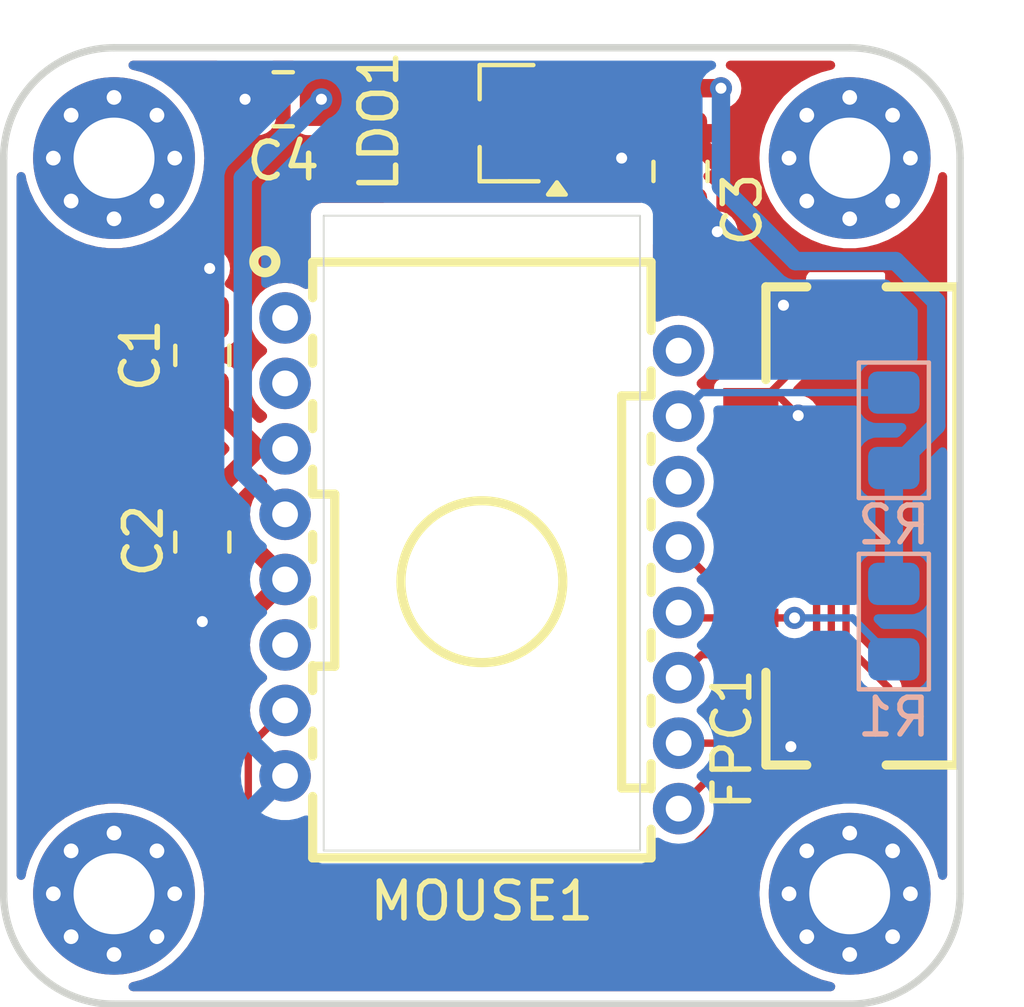
<source format=kicad_pcb>
(kicad_pcb (version 20240108) (generator "pcbnew") (generator_version "8.0")
  (layers (0 "F.Cu" signal) (31 "B.Cu" signal) (34 "B.Paste" user) (35 "F.Paste" user) (36 "B.SilkS" user "B.Silkscreen") (37 "F.SilkS" user "F.Silkscreen") (38 "B.Mask" user) (39 "F.Mask" user) (44 "Edge.Cuts" user))
  (net 0 "")
  (net 1 "GND")
  (net 2 "Net-(MOUSE1-VDDPIX)")
  (net 3 "+3V3")
  (net 4 "+1V8")
  (net 5 "Net-(MOUSE1-LED_P)")
  (net 11 "/SCLK")
  (net 12 "/MOT")
  (net 13 "/RST")
  (net 14 "/MOSI")
  (net 15 "/SCS")
  (net 16 "/MISO")
  (footprint "Capacitor_SMD:C_0805_2012Metric_Pad1.18x1.45mm_HandSolder" (layer "F.Cu") (at -7.6 0.4375 -90)
    (property "Reference" "C2" (at -0.0375 1.6 90) (layer "F.SilkS"))
    (property "Value" "4.7uF")
    (fp_line (start -0.261252 0.735) (end 0.261252 0.735) (stroke (width 0.12)) (layer "F.SilkS"))
    (fp_line (start -0.261252 -0.735) (end 0.261252 -0.735) (stroke (width 0.12)) (layer "F.SilkS"))
    (pad "1" smd roundrect (at -1.0375 0 270) (size 1.175 1.45) (layers "F.Cu" "F.Paste" "F.Mask") (roundrect_rratio 0.212766) (net 2 "Net-(MOUSE1-VDDPIX)"))
    (pad "2" smd roundrect (at 1.0375 0 270) (size 1.175 1.45) (layers "F.Cu" "F.Paste" "F.Mask") (roundrect_rratio 0.212766) (net 1 "GND"))
  )
  (footprint "EasyEDA:FPC-SMD_8P-P1.00_DEALON_FC10-S08FCT-00" (layer "F.Cu") (at 8.6125 0 90)
    (property "Reference" "FPC1" (at -5.8 -1.8125 -90) (layer "F.SilkS"))
    (property "Value" "FC10-S08FCT-00")
    (fp_line (start 6.5 -0.89) (end 3.98 -0.89) (stroke (width 0.25)) (layer "F.SilkS"))
    (fp_line (start -6.5 -0.89) (end -3.98 -0.89) (stroke (width 0.25)) (layer "F.SilkS"))
    (fp_line (start 6.5 0.22) (end 6.5 -0.89) (stroke (width 0.25)) (layer "F.SilkS"))
    (fp_line (start -6.5 0.22) (end -6.5 -0.89) (stroke (width 0.25)) (layer "F.SilkS"))
    (fp_line (start 6.5 4.3) (end 6.5 2.38) (stroke (width 0.25)) (layer "F.SilkS"))
    (fp_line (start -6.5 4.3) (end -6.5 2.38) (stroke (width 0.25)) (layer "F.SilkS"))
    (fp_line (start -6.5 4.3) (end 6.5 4.3) (stroke (width 0.25)) (layer "F.SilkS"))
    (pad "1" smd rect (at -3.5 -1.3 90) (size 0.5 1.5) (layers "F.Cu" "F.Paste" "F.Mask") (net 14 "/MOSI"))
    (pad "2" smd rect (at -2.5 -1.3 90) (size 0.5 1.5) (layers "F.Cu" "F.Paste" "F.Mask") (net 16 "/MISO"))
    (pad "3" smd rect (at -1.5 -1.3 90) (size 0.5 1.5) (layers "F.Cu" "F.Paste" "F.Mask") (net 15 "/SCS"))
    (pad "4" smd rect (at -0.5 -1.3 90) (size 0.5 1.5) (layers "F.Cu" "F.Paste" "F.Mask") (net 11 "/SCLK"))
    (pad "5" smd rect (at 0.5 -1.3 90) (size 0.5 1.5) (layers "F.Cu" "F.Paste" "F.Mask") (net 12 "/MOT"))
    (pad "6" smd rect (at 1.5 -1.3 90) (size 0.5 1.5) (layers "F.Cu" "F.Paste" "F.Mask") (net 13 "/RST"))
    (pad "7" smd rect (at 2.5 -1.3 90) (size 0.5 1.5) (layers "F.Cu" "F.Paste" "F.Mask") (net 3 "+3V3"))
    (pad "8" smd rect (at 3.5 -1.3 90) (size 0.5 1.5) (layers "F.Cu" "F.Paste" "F.Mask") (net 1 "GND"))
    (pad "9" smd rect (at 5.7 1.3 90) (size 2 1.7) (layers "F.Cu" "F.Paste" "F.Mask") (net 1 "GND"))
    (pad "10" smd rect (at -5.7 1.3 90) (size 2 1.7) (layers "F.Cu" "F.Paste" "F.Mask") (net 1 "GND"))
  )
  (footprint "MountingHole:MountingHole_2.2mm_M2_Pad_Via" (layer "F.Cu") (at -10 -10)
    (property "Reference" "H2" (hide yes))
    (property "Value" "M2" (hide yes))
    (pad "1" thru_hole circle (at -1.65 0) (size 0.7 0.7) (drill 0.4) (layers "*.Cu" "*.Mask"))
    (pad "1" thru_hole circle (at -1.166726 -1.166726) (size 0.7 0.7) (drill 0.4) (layers "*.Cu" "*.Mask"))
    (pad "1" thru_hole circle (at -1.166726 1.166726) (size 0.7 0.7) (drill 0.4) (layers "*.Cu" "*.Mask"))
    (pad "1" thru_hole circle (at 0 -1.65) (size 0.7 0.7) (drill 0.4) (layers "*.Cu" "*.Mask"))
    (pad "1" thru_hole circle (at 0 0) (size 4.4 4.4) (drill 2.2) (layers "*.Cu" "*.Mask"))
    (pad "1" thru_hole circle (at 0 1.65) (size 0.7 0.7) (drill 0.4) (layers "*.Cu" "*.Mask"))
    (pad "1" thru_hole circle (at 1.166726 -1.166726) (size 0.7 0.7) (drill 0.4) (layers "*.Cu" "*.Mask"))
    (pad "1" thru_hole circle (at 1.166726 1.166726) (size 0.7 0.7) (drill 0.4) (layers "*.Cu" "*.Mask"))
    (pad "1" thru_hole circle (at 1.65 0) (size 0.7 0.7) (drill 0.4) (layers "*.Cu" "*.Mask"))
  )
  (footprint "Capacitor_SMD:C_0805_2012Metric_Pad1.18x1.45mm_HandSolder" (layer "F.Cu") (at 5.4 -9.6375 -90)
    (property "Reference" "C3" (at 1.0375 -1.68 90) (layer "F.SilkS"))
    (property "Value" "1u")
    (fp_line (start -0.261252 0.735) (end 0.261252 0.735) (stroke (width 0.12)) (layer "F.SilkS"))
    (fp_line (start -0.261252 -0.735) (end 0.261252 -0.735) (stroke (width 0.12)) (layer "F.SilkS"))
    (pad "1" smd roundrect (at -1.0375 0 270) (size 1.175 1.45) (layers "F.Cu" "F.Paste" "F.Mask") (roundrect_rratio 0.212766) (net 3 "+3V3"))
    (pad "2" smd roundrect (at 1.0375 0 270) (size 1.175 1.45) (layers "F.Cu" "F.Paste" "F.Mask") (roundrect_rratio 0.212766) (net 1 "GND"))
  )
  (footprint "Capacitor_SMD:C_0805_2012Metric_Pad1.18x1.45mm_HandSolder" (layer "F.Cu") (at -7.6 -4.6375 90)
    (property "Reference" "C1" (at 0 -1.68 90) (layer "F.SilkS"))
    (property "Value" "100nF")
    (fp_line (start -0.261252 -0.735) (end 0.261252 -0.735) (stroke (width 0.12)) (layer "F.SilkS"))
    (fp_line (start -0.261252 0.735) (end 0.261252 0.735) (stroke (width 0.12)) (layer "F.SilkS"))
    (pad "1" smd roundrect (at -1.0375 0 90) (size 1.175 1.45) (layers "F.Cu" "F.Paste" "F.Mask") (roundrect_rratio 0.212766) (net 2 "Net-(MOUSE1-VDDPIX)"))
    (pad "2" smd roundrect (at 1.0375 0 90) (size 1.175 1.45) (layers "F.Cu" "F.Paste" "F.Mask") (roundrect_rratio 0.212766) (net 1 "GND"))
  )
  (footprint "Capacitor_SMD:C_0805_2012Metric_Pad1.18x1.45mm_HandSolder" (layer "F.Cu") (at -5.4 -11.6 180)
    (property "Reference" "C4" (at 0 -1.68 360) (layer "F.SilkS"))
    (property "Value" "1u")
    (fp_line (start -0.261252 0.735) (end 0.261252 0.735) (stroke (width 0.12)) (layer "F.SilkS"))
    (fp_line (start -0.261252 -0.735) (end 0.261252 -0.735) (stroke (width 0.12)) (layer "F.SilkS"))
    (pad "1" smd roundrect (at -1.0375 0 180) (size 1.175 1.45) (layers "F.Cu" "F.Paste" "F.Mask") (roundrect_rratio 0.212766) (net 4 "+1V8"))
    (pad "2" smd roundrect (at 1.0375 0 180) (size 1.175 1.45) (layers "F.Cu" "F.Paste" "F.Mask") (roundrect_rratio 0.212766) (net 1 "GND"))
  )
  (footprint "MountingHole:MountingHole_2.2mm_M2_Pad_Via" (layer "F.Cu") (at 10 -10)
    (property "Reference" "H1" (hide yes))
    (property "Value" "M2" (hide yes))
    (pad "1" thru_hole circle (at -1.65 0) (size 0.7 0.7) (drill 0.4) (layers "*.Cu" "*.Mask"))
    (pad "1" thru_hole circle (at -1.166726 -1.166726) (size 0.7 0.7) (drill 0.4) (layers "*.Cu" "*.Mask"))
    (pad "1" thru_hole circle (at -1.166726 1.166726) (size 0.7 0.7) (drill 0.4) (layers "*.Cu" "*.Mask"))
    (pad "1" thru_hole circle (at 0 -1.65) (size 0.7 0.7) (drill 0.4) (layers "*.Cu" "*.Mask"))
    (pad "1" thru_hole circle (at 0 0) (size 4.4 4.4) (drill 2.2) (layers "*.Cu" "*.Mask"))
    (pad "1" thru_hole circle (at 0 1.65) (size 0.7 0.7) (drill 0.4) (layers "*.Cu" "*.Mask"))
    (pad "1" thru_hole circle (at 1.166726 -1.166726) (size 0.7 0.7) (drill 0.4) (layers "*.Cu" "*.Mask"))
    (pad "1" thru_hole circle (at 1.166726 1.166726) (size 0.7 0.7) (drill 0.4) (layers "*.Cu" "*.Mask"))
    (pad "1" thru_hole circle (at 1.65 0) (size 0.7 0.7) (drill 0.4) (layers "*.Cu" "*.Mask"))
  )
  (footprint "MountingHole:MountingHole_2.2mm_M2_Pad_Via" (layer "F.Cu") (at -10 10)
    (property "Reference" "H3" (hide yes))
    (property "Value" "M2" (hide yes))
    (pad "1" thru_hole circle (at -1.65 0) (size 0.7 0.7) (drill 0.4) (layers "*.Cu" "*.Mask"))
    (pad "1" thru_hole circle (at -1.166726 -1.166726) (size 0.7 0.7) (drill 0.4) (layers "*.Cu" "*.Mask"))
    (pad "1" thru_hole circle (at -1.166726 1.166726) (size 0.7 0.7) (drill 0.4) (layers "*.Cu" "*.Mask"))
    (pad "1" thru_hole circle (at 0 -1.65) (size 0.7 0.7) (drill 0.4) (layers "*.Cu" "*.Mask"))
    (pad "1" thru_hole circle (at 0 0) (size 4.4 4.4) (drill 2.2) (layers "*.Cu" "*.Mask"))
    (pad "1" thru_hole circle (at 0 1.65) (size 0.7 0.7) (drill 0.4) (layers "*.Cu" "*.Mask"))
    (pad "1" thru_hole circle (at 1.166726 -1.166726) (size 0.7 0.7) (drill 0.4) (layers "*.Cu" "*.Mask"))
    (pad "1" thru_hole circle (at 1.166726 1.166726) (size 0.7 0.7) (drill 0.4) (layers "*.Cu" "*.Mask"))
    (pad "1" thru_hole circle (at 1.65 0) (size 0.7 0.7) (drill 0.4) (layers "*.Cu" "*.Mask"))
  )
  (footprint "MountingHole:MountingHole_2.2mm_M2_Pad_Via" (layer "F.Cu") (at 10 10)
    (property "Reference" "H4" (hide yes))
    (property "Value" "M2" (hide yes))
    (pad "1" thru_hole circle (at -1.65 0) (size 0.7 0.7) (drill 0.4) (layers "*.Cu" "*.Mask"))
    (pad "1" thru_hole circle (at -1.166726 -1.166726) (size 0.7 0.7) (drill 0.4) (layers "*.Cu" "*.Mask"))
    (pad "1" thru_hole circle (at -1.166726 1.166726) (size 0.7 0.7) (drill 0.4) (layers "*.Cu" "*.Mask"))
    (pad "1" thru_hole circle (at 0 -1.65) (size 0.7 0.7) (drill 0.4) (layers "*.Cu" "*.Mask"))
    (pad "1" thru_hole circle (at 0 0) (size 4.4 4.4) (drill 2.2) (layers "*.Cu" "*.Mask"))
    (pad "1" thru_hole circle (at 0 1.65) (size 0.7 0.7) (drill 0.4) (layers "*.Cu" "*.Mask"))
    (pad "1" thru_hole circle (at 1.166726 -1.166726) (size 0.7 0.7) (drill 0.4) (layers "*.Cu" "*.Mask"))
    (pad "1" thru_hole circle (at 1.166726 1.166726) (size 0.7 0.7) (drill 0.4) (layers "*.Cu" "*.Mask"))
    (pad "1" thru_hole circle (at 1.65 0) (size 0.7 0.7) (drill 0.4) (layers "*.Cu" "*.Mask"))
  )
  (footprint "Package_TO_SOT_SMD:SOT-23_Handsoldering" (layer "F.Cu") (at 0.7 -10.95 180)
    (property "Reference" "LDO1" (at 3.5 0.05 90) (layer "F.SilkS"))
    (property "Value" "XC6206P182MR-MS")
    (fp_line (start 0.76 1.58) (end 0.76 0.65) (stroke (width 0.12)) (layer "F.SilkS"))
    (fp_line (start 0.76 1.58) (end -0.7 1.58) (stroke (width 0.12)) (layer "F.SilkS"))
    (fp_line (start 0.76 -1.58) (end 0.76 -0.65) (stroke (width 0.12)) (layer "F.SilkS"))
    (fp_line (start -0.04 -1.58) (end 0.76 -1.58) (stroke (width 0.12)) (layer "F.SilkS"))
    (fp_line (start -0.04 -1.58) (end -0.84 -1.58) (stroke (width 0.12)) (layer "F.SilkS"))
    (fp_poly (pts (xy -1.34 -1.61) (xy -1.58 -1.94) (xy -1.1 -1.94) (xy -1.34 -1.61)) (stroke (width 0.12)) (fill solid) (layer "F.SilkS"))
    (pad "1" smd roundrect (at -1.5 -0.95 180) (size 1.9 0.8) (layers "F.Cu" "F.Paste" "F.Mask") (net 1 "GND"))
    (pad "2" smd roundrect (at -1.5 0.95 180) (size 1.9 0.8) (layers "F.Cu" "F.Paste" "F.Mask") (net 4 "+1V8"))
    (pad "3" smd roundrect (at 1.5 0 180) (size 1.9 0.8) (layers "F.Cu" "F.Paste" "F.Mask") (net 3 "+3V3"))
  )
  (footprint "EasyEDA:PDIP-16_L16.2-W9.1-P1.78-TL_PMW3389DM-T3QU" (layer "F.Cu") (at 0 1.015)
    (property "Reference" "MOUSE1" (at 0 9.185 0) (layer "F.SilkS"))
    (property "Value" "PMW3360DM-T2QU")
    (fp_line (start -4.6 -8.19) (end -4.6 -7.22) (stroke (width 0.25)) (layer "F.SilkS"))
    (fp_line (start -4.6 -6.12) (end -4.6 -5.44) (stroke (width 0.25)) (layer "F.SilkS"))
    (fp_line (start -4.6 -4.34) (end -4.6 -3.66) (stroke (width 0.25)) (layer "F.SilkS"))
    (fp_line (start -4.6 -2.56) (end -4.6 -1.88) (stroke (width 0.25)) (layer "F.SilkS"))
    (fp_line (start -4.6 -1.88) (end -4 -1.88) (stroke (width 0.25)) (layer "F.SilkS"))
    (fp_line (start -4.6 -0.78) (end -4.6 -0.1) (stroke (width 0.25)) (layer "F.SilkS"))
    (fp_line (start -4.6 1) (end -4.6 1.68) (stroke (width 0.25)) (layer "F.SilkS"))
    (fp_line (start -4.6 2.78) (end -4.6 3.46) (stroke (width 0.25)) (layer "F.SilkS"))
    (fp_line (start -4.6 4.56) (end -4.6 5.24) (stroke (width 0.25)) (layer "F.SilkS"))
    (fp_line (start -4.6 6.34) (end -4.6 8.01) (stroke (width 0.25)) (layer "F.SilkS"))
    (fp_line (start -4.6 8.01) (end 4.6 8.01) (stroke (width 0.25)) (layer "F.SilkS"))
    (fp_line (start -4 -1.88) (end -4 2.8) (stroke (width 0.25)) (layer "F.SilkS"))
    (fp_line (start -4 2.8) (end -4.58 2.8) (stroke (width 0.25)) (layer "F.SilkS"))
    (fp_line (start 3.8 -4.55) (end 3.8 6.11) (stroke (width 0.25)) (layer "F.SilkS"))
    (fp_line (start 3.8 6.11) (end 4.6 6.11) (stroke (width 0.25)) (layer "F.SilkS"))
    (fp_line (start 4.6 -8.19) (end -4.6 -8.19) (stroke (width 0.25)) (layer "F.SilkS"))
    (fp_line (start 4.6 -6.33) (end 4.6 -8.19) (stroke (width 0.25)) (layer "F.SilkS"))
    (fp_line (start 4.6 -4.55) (end 3.8 -4.55) (stroke (width 0.25)) (layer "F.SilkS"))
    (fp_line (start 4.6 -4.55) (end 4.6 -5.23) (stroke (width 0.25)) (layer "F.SilkS"))
    (fp_line (start 4.6 -2.77) (end 4.6 -3.45) (stroke (width 0.25)) (layer "F.SilkS"))
    (fp_line (start 4.6 -0.99) (end 4.6 -1.67) (stroke (width 0.25)) (layer "F.SilkS"))
    (fp_line (start 4.6 0.79) (end 4.6 0.11) (stroke (width 0.25)) (layer "F.SilkS"))
    (fp_line (start 4.6 2.57) (end 4.6 1.89) (stroke (width 0.25)) (layer "F.SilkS"))
    (fp_line (start 4.6 4.35) (end 4.6 3.67) (stroke (width 0.25)) (layer "F.SilkS"))
    (fp_line (start 4.6 6.13) (end 4.6 5.45) (stroke (width 0.25)) (layer "F.SilkS"))
    (fp_line (start 4.6 8.01) (end 4.6 7.23) (stroke (width 0.25)) (layer "F.SilkS"))
    (fp_circle (center -5.9 -8.2) (end -5.6 -8.2) (stroke (width 0.25)) (fill none) (layer "F.SilkS"))
    (fp_circle (center 0 0.5) (end 2.2 0.5) (stroke (width 0.25)) (fill none) (layer "F.SilkS"))
    (fp_rect (start -4.3 -9.45) (end 4.3 7.81) (stroke (width 0.05)) (fill none) (layer "Edge.Cuts"))
    (pad "1" thru_hole circle (at -5.35 -6.67) (size 1.4 1.4) (drill 0.700024) (layers "*.Cu" "*.Mask"))
    (pad "2" thru_hole circle (at -5.35 -4.89) (size 1.4 1.4) (drill 0.700024) (layers "*.Cu" "*.Mask"))
    (pad "3" thru_hole circle (at -5.35 -3.11) (size 1.4 1.4) (drill 0.700024) (layers "*.Cu" "*.Mask") (net 2 "Net-(MOUSE1-VDDPIX)"))
    (pad "4" thru_hole circle (at -5.35 -1.33) (size 1.4 1.4) (drill 0.700024) (layers "*.Cu" "*.Mask") (net 4 "+1V8"))
    (pad "5" thru_hole circle (at -5.35 0.44) (size 1.4 1.4) (drill 0.700024) (layers "*.Cu" "*.Mask") (net 3 "+3V3"))
    (pad "6" thru_hole circle (at -5.35 2.22) (size 1.4 1.4) (drill 0.700024) (layers "*.Cu" "*.Mask"))
    (pad "7" thru_hole circle (at -5.35 4) (size 1.4 1.4) (drill 0.700024) (layers "*.Cu" "*.Mask") (net 13 "/RST"))
    (pad "8" thru_hole circle (at -5.35 5.78) (size 1.4 1.4) (drill 0.700024) (layers "*.Cu" "*.Mask") (net 1 "GND"))
    (pad "9" thru_hole circle (at 5.35 6.67) (size 1.4 1.4) (drill 0.700024) (layers "*.Cu" "*.Mask") (net 12 "/MOT"))
    (pad "10" thru_hole circle (at 5.35 4.89) (size 1.4 1.4) (drill 0.700024) (layers "*.Cu" "*.Mask") (net 11 "/SCLK"))
    (pad "11" thru_hole circle (at 5.35 3.11) (size 1.4 1.4) (drill 0.700024) (layers "*.Cu" "*.Mask") (net 14 "/MOSI"))
    (pad "12" thru_hole circle (at 5.35 1.34) (size 1.4 1.4) (drill 0.700024) (layers "*.Cu" "*.Mask") (net 16 "/MISO"))
    (pad "13" thru_hole circle (at 5.35 -0.44) (size 1.4 1.4) (drill 0.700024) (layers "*.Cu" "*.Mask") (net 15 "/SCS"))
    (pad "14" thru_hole circle (at 5.35 -2.22) (size 1.4 1.4) (drill 0.700024) (layers "*.Cu" "*.Mask"))
    (pad "15" thru_hole circle (at 5.35 -4) (size 1.4 1.4) (drill 0.700024) (layers "*.Cu" "*.Mask") (net 5 "Net-(MOUSE1-LED_P)"))
    (pad "16" thru_hole circle (at 5.35 -5.78) (size 1.4 1.4) (drill 0.700024) (layers "*.Cu" "*.Mask"))
  )
  (footprint "PCM_Resistor_SMD_AKL:R_0805_2012Metric_Pad1.15x1.40mm_HandSolder" (layer "B.Cu") (at 11.2 2.6 90)
    (property "Reference" "R1" (at -2.6 0 0) (layer "B.SilkS") (effects (justify mirror)))
    (property "Value" "10k")
    (fp_line (start 1.8415 -0.9525) (end -1.8415 -0.9525) (stroke (width 0.12)) (layer "B.SilkS"))
    (fp_line (start -1.8415 -0.9525) (end -1.8415 0.9525) (stroke (width 0.12)) (layer "B.SilkS"))
    (fp_line (start 1.8415 0.9525) (end 1.8415 -0.9525) (stroke (width 0.12)) (layer "B.SilkS"))
    (fp_line (start -1.8415 0.9525) (end 1.8415 0.9525) (stroke (width 0.12)) (layer "B.SilkS"))
    (pad "1" smd roundrect (at -1.025 0 90) (size 1.15 1.4) (layers "B.Cu" "B.Paste" "B.Mask") (roundrect_rratio 0.217391) (net 16 "/MISO"))
    (pad "2" smd roundrect (at 1.025 0 90) (size 1.15 1.4) (layers "B.Cu" "B.Paste" "B.Mask") (roundrect_rratio 0.217391) (net 4 "+1V8"))
  )
  (footprint "PCM_Resistor_SMD_AKL:R_0805_2012Metric_Pad1.15x1.40mm_HandSolder" (layer "B.Cu") (at 11.2 -2.6 90)
    (property "Reference" "R2" (at -2.575 0 0) (layer "B.SilkS") (effects (justify mirror)))
    (property "Value" "39")
    (fp_line (start 1.8415 -0.9525) (end -1.8415 -0.9525) (stroke (width 0.12)) (layer "B.SilkS"))
    (fp_line (start -1.8415 -0.9525) (end -1.8415 0.9525) (stroke (width 0.12)) (layer "B.SilkS"))
    (fp_line (start 1.8415 0.9525) (end 1.8415 -0.9525) (stroke (width 0.12)) (layer "B.SilkS"))
    (fp_line (start -1.8415 0.9525) (end 1.8415 0.9525) (stroke (width 0.12)) (layer "B.SilkS"))
    (pad "1" smd roundrect (at -1.025 0 90) (size 1.15 1.4) (layers "B.Cu" "B.Paste" "B.Mask") (roundrect_rratio 0.217391) (net 4 "+1V8"))
    (pad "2" smd roundrect (at 1.025 0 90) (size 1.15 1.4) (layers "B.Cu" "B.Paste" "B.Mask") (roundrect_rratio 0.217391) (net 5 "Net-(MOUSE1-LED_P)"))
  )
  (gr_line (start 10 13) (end -10 13) (stroke (width 0.2)) (layer "Edge.Cuts"))
  (gr_line (start -10 -13) (end 10 -13) (stroke (width 0.2)) (layer "Edge.Cuts"))
  (gr_arc (start 10 -13) (mid 12.12132 -12.12132) (end 13 -10) (stroke (width 0.2)) (layer "Edge.Cuts"))
  (gr_arc (start 13 10) (mid 12.12132 12.12132) (end 10 13) (stroke (width 0.2)) (layer "Edge.Cuts"))
  (gr_arc (start -10 13) (mid -12.12132 12.12132) (end -13 10) (stroke (width 0.2)) (layer "Edge.Cuts"))
  (gr_line (start -13 10) (end -13 -10) (stroke (width 0.2)) (layer "Edge.Cuts"))
  (gr_line (start 13 -10) (end 13 10) (stroke (width 0.2)) (layer "Edge.Cuts"))
  (gr_arc (start -13 -10) (mid -12.12132 -12.12132) (end -10 -13) (stroke (width 0.2)) (layer "Edge.Cuts"))
  (segment (start -7.6 1.475) (end -7.6 2.6) (width 0.5) (layer "F.Cu") (net 1))
  (segment (start 8.7 5.7) (end 8.4 6) (width 0.5) (layer "F.Cu") (net 1))
  (segment (start -7.6 -6.8) (end -7.4 -7) (width 0.5) (layer "F.Cu") (net 1))
  (segment (start 5.4 -8.6) (end 6 -8) (width 0.5) (layer "F.Cu") (net 1))
  (segment (start 7.3125 -3.5) (end 7.7125 -3.5) (width 0.2) (layer "F.Cu") (net 1))
  (segment (start 7.3125 -3.5) (end 8.1 -3.5) (width 0.2) (layer "F.Cu") (net 1))
  (segment (start 7.7125 -3.5) (end 9.9125 -5.7) (width 0.2) (layer "F.Cu") (net 1))
  (segment (start 9.6125 -6) (end 9.9125 -5.7) (width 0.5) (layer "F.Cu") (net 1))
  (segment (start 9.9125 5.7) (end 8.7 5.7) (width 0.5) (layer "F.Cu") (net 1))
  (segment (start -7.6 -5.675) (end -7.6 -6.8) (width 0.5) (layer "F.Cu") (net 1))
  (segment (start 8.1 -3.5) (end 8.6 -3) (width 0.2) (layer "F.Cu") (net 1))
  (segment (start 8.2 -6) (end 9.6125 -6) (width 0.5) (layer "F.Cu") (net 1))
  (segment (start 6 -8) (end 6.4 -8) (width 0.5) (layer "F.Cu") (net 1))
  (segment (start 2.2 -10) (end 3.8 -10) (width 0.5) (layer "F.Cu") (net 1))
  (via (at -6.4375 -11.6) (size 0.6) (drill 0.3) (layers "F.Cu" "B.Cu") (net 1))
  (via (at 8.4 6) (size 0.6) (drill 0.3) (layers "F.Cu" "B.Cu") (net 1))
  (via (at -7.4 -7) (size 0.6) (drill 0.3) (layers "F.Cu" "B.Cu") (net 1))
  (via (at 8.2 -6) (size 0.6) (drill 0.3) (layers "F.Cu" "B.Cu") (net 1))
  (via (at 8.6 -3) (size 0.6) (drill 0.3) (layers "F.Cu" "B.Cu") (net 1))
  (via (at 6.4 -8) (size 0.6) (drill 0.3) (layers "F.Cu" "B.Cu") (net 1))
  (via (at 3.8 -10) (size 0.6) (drill 0.3) (layers "F.Cu" "B.Cu") (net 1))
  (via (at -7.6 2.6) (size 0.6) (drill 0.3) (layers "F.Cu" "B.Cu") (net 1))
  (segment (start -6.105 -2.095) (end -7.6 -0.6) (width 0.5) (layer "F.Cu") (net 2))
  (segment (start -6.095 -2.095) (end -7.6 -3.6) (width 0.5) (layer "F.Cu") (net 2))
  (segment (start -5.35 -2.095) (end -6.105 -2.095) (width 0.5) (layer "F.Cu") (net 2))
  (segment (start -5.35 -2.095) (end -6.095 -2.095) (width 0.5) (layer "F.Cu") (net 2))
  (segment (start -8.775 -6.825) (end -8.775 0.034378) (width 0.5) (layer "F.Cu") (net 3))
  (segment (start 8.6125 -7.15) (end 7.4 -8.3625) (width 0.5) (layer "F.Cu") (net 3))
  (segment (start -2.715 -9.035) (end -6.565 -9.035) (width 0.5) (layer "F.Cu") (net 3))
  (segment (start 11.2125 -4.25) (end 11.2125 -7.15) (width 0.5) (layer "F.Cu") (net 3))
  (segment (start -8.371878 0.4375) (end -6.3675 0.4375) (width 0.5) (layer "F.Cu") (net 3))
  (segment (start -8.775 0.034378) (end -8.371878 0.4375) (width 0.5) (layer "F.Cu") (net 3))
  (segment (start 7.4 -8.87478) (end 5.32478 -10.95) (width 0.5) (layer "F.Cu") (net 3))
  (segment (start -6.565 -9.035) (end -8.775 -6.825) (width 0.5) (layer "F.Cu") (net 3))
  (segment (start -0.8 -10.95) (end -2.715 -9.035) (width 0.5) (layer "F.Cu") (net 3))
  (segment (start 9.2125 -2.25) (end 11.2125 -4.25) (width 0.5) (layer "F.Cu") (net 3))
  (segment (start 7.4 -8.3625) (end 7.4 -8.87478) (width 0.5) (layer "F.Cu") (net 3))
  (segment (start -6.3675 0.4375) (end -5.35 1.455) (width 0.5) (layer "F.Cu") (net 3))
  (segment (start 11.2125 -7.15) (end 8.6125 -7.15) (width 0.5) (layer "F.Cu") (net 3))
  (segment (start 5.32478 -10.95) (end -0.8 -10.95) (width 0.5) (layer "F.Cu") (net 3))
  (segment (start 7.3125 -2.5) (end 7.5625 -2.25) (width 0.5) (layer "F.Cu") (net 3))
  (segment (start 7.5625 -2.25) (end 9.2125 -2.25) (width 0.5) (layer "F.Cu") (net 3))
  (segment (start -4.0625 -11.9) (end -4.3625 -11.6) (width 0.5) (layer "F.Cu") (net 4))
  (segment (start 6.5 -11.9) (end 2.2 -11.9) (width 0.5) (layer "F.Cu") (net 4))
  (segment (start 2.2 -11.9) (end -4.0625 -11.9) (width 0.5) (layer "F.Cu") (net 4))
  (via (at -4.3625 -11.6) (size 0.6) (drill 0.3) (layers "F.Cu" "B.Cu") (net 4))
  (via (at 6.5 -11.9) (size 0.6) (drill 0.3) (layers "F.Cu" "B.Cu") (net 4))
  (segment (start 11.247666 -7.2) (end 12.35 -6.097666) (width 0.5) (layer "B.Cu") (net 4))
  (segment (start 8.526167 -7.2) (end 11.247666 -7.2) (width 0.5) (layer "B.Cu") (net 4))
  (segment (start 6.5 -11.9) (end 6.5 -9.226167) (width 0.5) (layer "B.Cu") (net 4))
  (segment (start -6.5 -9.4625) (end -4.3625 -11.6) (width 0.5) (layer "B.Cu") (net 4))
  (segment (start 12.35 -6.097666) (end 12.35 -2.725) (width 0.5) (layer "B.Cu") (net 4))
  (segment (start -6.5 -1.465) (end -6.5 -9.4625) (width 0.5) (layer "B.Cu") (net 4))
  (segment (start -5.35 -0.315) (end -6.5 -1.465) (width 0.5) (layer "B.Cu") (net 4))
  (segment (start 11.2 -1.575) (end 11.2 1.575) (width 0.5) (layer "B.Cu") (net 4))
  (segment (start 12.35 -2.725) (end 11.2 -1.575) (width 0.5) (layer "B.Cu") (net 4))
  (segment (start 6.5 -9.226167) (end 8.526167 -7.2) (width 0.5) (layer "B.Cu") (net 4))
  (segment (start 11.2 -3.625) (end 5.99 -3.625) (width 0.2) (layer "B.Cu") (net 5))
  (segment (start 5.99 -3.625) (end 5.35 -2.985) (width 0.2) (layer "B.Cu") (net 5))
  (segment (start 9.1 1.6875) (end 9.1 3.3125) (width 0.2) (layer "F.Cu") (net 11))
  (segment (start 7.3125 0.5) (end 7.9125 0.5) (width 0.2) (layer "F.Cu") (net 11))
  (segment (start 7.9125 0.5) (end 9.1 1.6875) (width 0.2) (layer "F.Cu") (net 11))
  (segment (start 9.1 3.3125) (end 6.5075 5.905) (width 0.2) (layer "F.Cu") (net 11))
  (segment (start 6.5075 5.905) (end 5.35 5.905) (width 0.2) (layer "F.Cu") (net 11))
  (segment (start 9.5 3.535) (end 5.35 7.685) (width 0.2) (layer "F.Cu") (net 12))
  (segment (start 8.3625 -0.05) (end 9.5 1.0875) (width 0.2) (layer "F.Cu") (net 12))
  (segment (start 9.5 1.0875) (end 9.5 3.535) (width 0.2) (layer "F.Cu") (net 12))
  (segment (start 7.3125 -0.5) (end 7.7625 -0.05) (width 0.2) (layer "F.Cu") (net 12))
  (segment (start 7.7625 -0.05) (end 8.3625 -0.05) (width 0.2) (layer "F.Cu") (net 12))
  (segment (start -4.6 9.4) (end -6.35 7.65) (width 0.2) (layer "F.Cu") (net 13))
  (segment (start 9.9 0.5875) (end 9.9 3.2375) (width 0.2) (layer "F.Cu") (net 13))
  (segment (start 7.449214 7) (end 5.049214 9.4) (width 0.2) (layer "F.Cu") (net 13))
  (segment (start 7.8125 -1.5) (end 9.9 0.5875) (width 0.2) (layer "F.Cu") (net 13))
  (segment (start 9.9 3.2375) (end 11.0625 4.4) (width 0.2) (layer "F.Cu") (net 13))
  (segment (start 11.0625 4.4) (end 11.0625 7) (width 0.2) (layer "F.Cu") (net 13))
  (segment (start 7.3125 -1.5) (end 7.8125 -1.5) (width 0.2) (layer "F.Cu") (net 13))
  (segment (start 11.0625 7) (end 7.449214 7) (width 0.2) (layer "F.Cu") (net 13))
  (segment (start 5.049214 9.4) (end -4.6 9.4) (width 0.2) (layer "F.Cu") (net 13))
  (segment (start -6.35 6.015) (end -5.35 5.015) (width 0.2) (layer "F.Cu") (net 13))
  (segment (start -6.35 7.65) (end -6.35 6.015) (width 0.2) (layer "F.Cu") (net 13))
  (segment (start 5.975 3.5) (end 5.35 4.125) (width 0.2) (layer "F.Cu") (net 14))
  (segment (start 7.3125 3.5) (end 5.975 3.5) (width 0.2) (layer "F.Cu") (net 14))
  (segment (start 6.275 1.5) (end 5.35 0.575) (width 0.2) (layer "F.Cu") (net 15))
  (segment (start 7.3125 1.5) (end 6.275 1.5) (width 0.2) (layer "F.Cu") (net 15))
  (segment (start 7.3125 2.5) (end 5.495 2.5) (width 0.2) (layer "F.Cu") (net 16))
  (segment (start 7.3125 2.5) (end 7.3 2.5) (width 0.2) (layer "F.Cu") (net 16))
  (segment (start 5.495 2.5) (end 5.35 2.355) (width 0.2) (layer "F.Cu") (net 16))
  (segment (start 7.3 2.5) (end 8.5 2.5) (width 0.2) (layer "F.Cu") (net 16))
  (via (at 8.5 2.5) (size 0.6) (drill 0.3) (layers "F.Cu" "B.Cu") (net 16))
  (segment (start 11.2 3.625) (end 10.075 2.5) (width 0.2) (layer "B.Cu") (net 16))
  (segment (start 10.075 2.5) (end 8.5 2.5) (width 0.2) (layer "B.Cu") (net 16))
  (zone (net 3) (net_name "+3V3") (layer "F.Cu") (priority 1) (connect_pads (clearance 0.25)) (min_thickness 0.25) (fill yes (thermal_gap 0.5) (thermal_bridge_width 0.5))
    (polygon (pts (xy -13 -13) (xy 13 -13) (xy 13 13) (xy -13 13)))
  )
  (zone (net 1) (net_name "GND") (layer "B.Cu") (connect_pads (clearance 0.25)) (min_thickness 0.25) (fill yes (thermal_gap 0.5) (thermal_bridge_width 0.5))
    (polygon (pts (xy -13 -13) (xy 13 -13) (xy 13 13) (xy -13 13)))
  )
)
</source>
